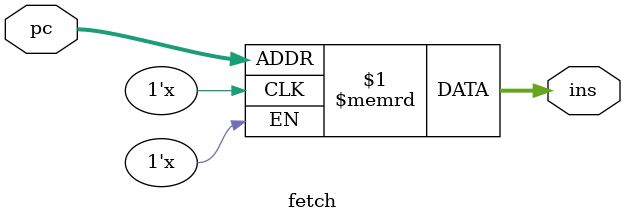
<source format=v>
module fetch (pc, ins) ; 
    input [31:0] pc; 
    output [31:0] ins; 
    reg [31:0] ins_mem [0:255] ; 
    assign ins = ins_mem [pc] ; 
endmodule
</source>
